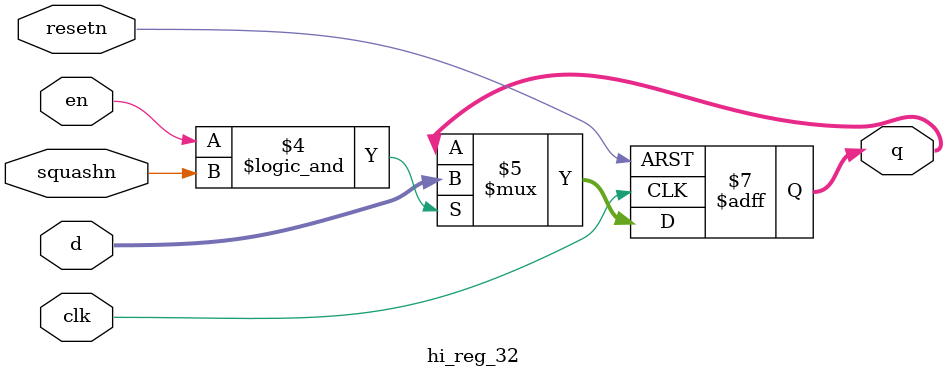
<source format=v>
/****************************************************************************
          Generic Register
****************************************************************************/
module hi_reg_32(d,clk,resetn,squashn,en,q);

input clk;
input resetn;
input squashn;
input en;
input [32-1:0] d;
output [32-1:0] q;
reg [32-1:0] q;

always @(posedge clk or negedge resetn)		//asynchronous reset
begin
	if (resetn==0)
		q<=0;
	else if (en==1 && squashn)
		q<=d;
end

endmodule
</source>
